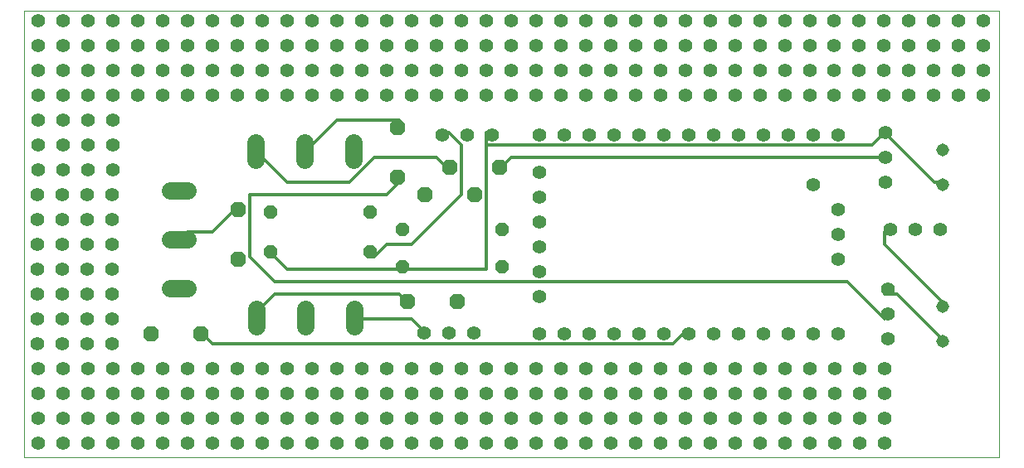
<source format=gbl>
G75*
%MOIN*%
%OFA0B0*%
%FSLAX24Y24*%
%IPPOS*%
%LPD*%
%AMOC8*
5,1,8,0,0,1.08239X$1,22.5*
%
%ADD10C,0.0000*%
%ADD11C,0.0554*%
%ADD12C,0.0515*%
%ADD13OC8,0.0520*%
%ADD14C,0.0705*%
%ADD15OC8,0.0630*%
%ADD16C,0.0120*%
D10*
X000126Y007443D02*
X000126Y025389D01*
X039296Y025389D01*
X039296Y007443D01*
X000126Y007443D01*
D11*
X000686Y007983D03*
X001686Y007983D03*
X002686Y007983D03*
X003686Y007983D03*
X004686Y007983D03*
X005686Y007983D03*
X006686Y007983D03*
X007676Y007993D03*
X008676Y007993D03*
X009676Y007993D03*
X010676Y007993D03*
X011676Y007993D03*
X012676Y007993D03*
X013676Y007993D03*
X014676Y007993D03*
X015676Y007993D03*
X016676Y007993D03*
X017676Y007993D03*
X018676Y007993D03*
X019676Y007993D03*
X020676Y007993D03*
X021676Y007993D03*
X022676Y007993D03*
X023676Y007993D03*
X024676Y007993D03*
X025676Y007993D03*
X026676Y007993D03*
X027676Y007993D03*
X028676Y007993D03*
X029676Y007993D03*
X030676Y007993D03*
X031676Y007993D03*
X032676Y007993D03*
X033676Y007993D03*
X034676Y007993D03*
X034676Y008993D03*
X033676Y008993D03*
X032676Y008993D03*
X031676Y008993D03*
X030676Y008993D03*
X029676Y008993D03*
X028676Y008993D03*
X027676Y008993D03*
X026676Y008993D03*
X025676Y008993D03*
X024676Y008993D03*
X023676Y008993D03*
X022676Y008993D03*
X021676Y008993D03*
X020676Y008993D03*
X019676Y008993D03*
X018676Y008993D03*
X017676Y008993D03*
X016676Y008993D03*
X015676Y008993D03*
X014676Y008993D03*
X013676Y008993D03*
X012676Y008993D03*
X011676Y008993D03*
X010676Y008993D03*
X009676Y008993D03*
X008676Y008993D03*
X007676Y008993D03*
X006686Y008983D03*
X005686Y008983D03*
X004686Y008983D03*
X003686Y008983D03*
X002686Y008983D03*
X001686Y008983D03*
X000686Y008983D03*
X000686Y009983D03*
X001686Y009983D03*
X002686Y009983D03*
X003686Y009983D03*
X004686Y009983D03*
X005686Y009983D03*
X006686Y009983D03*
X007676Y009993D03*
X008676Y009993D03*
X009676Y009993D03*
X010676Y009993D03*
X011676Y009993D03*
X012676Y009993D03*
X013676Y009993D03*
X014676Y009993D03*
X015676Y009993D03*
X016676Y009993D03*
X017676Y009993D03*
X018676Y009993D03*
X019676Y009993D03*
X020676Y009993D03*
X021676Y009993D03*
X022676Y009993D03*
X023676Y009993D03*
X024676Y009993D03*
X025676Y009993D03*
X026676Y009993D03*
X027676Y009993D03*
X028676Y009993D03*
X029676Y009993D03*
X030676Y009993D03*
X031676Y009993D03*
X032676Y009993D03*
X033676Y009993D03*
X034676Y009993D03*
X034676Y010993D03*
X033676Y010993D03*
X032676Y010993D03*
X031676Y010993D03*
X030676Y010993D03*
X029676Y010993D03*
X028676Y010993D03*
X027676Y010993D03*
X026676Y010993D03*
X025676Y010993D03*
X024676Y010993D03*
X023676Y010993D03*
X022676Y010993D03*
X021676Y010993D03*
X020676Y010993D03*
X019676Y010993D03*
X018676Y010993D03*
X017676Y010993D03*
X016676Y010993D03*
X015676Y010993D03*
X014676Y010993D03*
X013676Y010993D03*
X012676Y010993D03*
X011676Y010993D03*
X010676Y010993D03*
X009676Y010993D03*
X008676Y010993D03*
X007676Y010993D03*
X006686Y010983D03*
X005686Y010983D03*
X004686Y010983D03*
X003686Y010983D03*
X002686Y010983D03*
X001686Y010983D03*
X000686Y010983D03*
X000656Y011983D03*
X001656Y011983D03*
X002656Y011983D03*
X003656Y011983D03*
X003656Y012983D03*
X002656Y012983D03*
X001656Y012983D03*
X000656Y012983D03*
X000656Y013983D03*
X001656Y013983D03*
X002656Y013983D03*
X003656Y013983D03*
X003656Y014983D03*
X002656Y014983D03*
X001656Y014983D03*
X000656Y014983D03*
X000656Y015983D03*
X001656Y015983D03*
X002656Y015983D03*
X003656Y015983D03*
X003656Y016983D03*
X002656Y016983D03*
X001656Y016983D03*
X000656Y016983D03*
X000656Y017983D03*
X001656Y017983D03*
X002656Y017983D03*
X003656Y017983D03*
X003676Y018993D03*
X002676Y018993D03*
X001676Y018993D03*
X000676Y018993D03*
X000676Y019993D03*
X001676Y019993D03*
X002676Y019993D03*
X003676Y019993D03*
X003676Y020993D03*
X002676Y020993D03*
X001676Y020993D03*
X000676Y020993D03*
X000676Y021993D03*
X001676Y021993D03*
X002676Y021993D03*
X003676Y021993D03*
X004686Y021983D03*
X005686Y021983D03*
X006686Y021983D03*
X007686Y021983D03*
X008686Y021983D03*
X009686Y021983D03*
X010686Y021983D03*
X011686Y021983D03*
X012686Y021983D03*
X013686Y021983D03*
X014686Y021983D03*
X015686Y021983D03*
X016686Y021983D03*
X017686Y021983D03*
X018676Y022003D03*
X019676Y022003D03*
X020676Y022003D03*
X021676Y022003D03*
X022676Y022003D03*
X023676Y022003D03*
X024676Y022003D03*
X025676Y021983D03*
X026676Y021983D03*
X027676Y021983D03*
X028676Y021983D03*
X029676Y021983D03*
X030676Y021983D03*
X031676Y021983D03*
X032656Y021993D03*
X033656Y021993D03*
X034656Y021993D03*
X035656Y021993D03*
X036656Y021993D03*
X037656Y021993D03*
X038656Y021993D03*
X038656Y022993D03*
X037656Y022993D03*
X036656Y022993D03*
X035656Y022993D03*
X034656Y022993D03*
X033656Y022993D03*
X032656Y022993D03*
X031676Y022983D03*
X030676Y022983D03*
X030676Y023983D03*
X031676Y023983D03*
X032656Y023993D03*
X033656Y023993D03*
X034656Y023993D03*
X035656Y023993D03*
X036656Y023993D03*
X037656Y023993D03*
X038656Y023993D03*
X038656Y024993D03*
X037656Y024993D03*
X036656Y024993D03*
X035656Y024993D03*
X034656Y024993D03*
X033656Y024993D03*
X032656Y024993D03*
X031676Y024983D03*
X030676Y024983D03*
X029676Y024983D03*
X028676Y024983D03*
X027676Y024983D03*
X026676Y024983D03*
X025676Y024983D03*
X024676Y025003D03*
X024676Y024003D03*
X025676Y023983D03*
X026676Y023983D03*
X027676Y023983D03*
X028676Y023983D03*
X029676Y023983D03*
X029676Y022983D03*
X028676Y022983D03*
X027676Y022983D03*
X026676Y022983D03*
X025676Y022983D03*
X024676Y023003D03*
X023676Y023003D03*
X022676Y023003D03*
X021676Y023003D03*
X020676Y023003D03*
X019676Y023003D03*
X018676Y023003D03*
X017686Y022983D03*
X017686Y023983D03*
X018676Y024003D03*
X019676Y024003D03*
X020676Y024003D03*
X021676Y024003D03*
X022676Y024003D03*
X023676Y024003D03*
X023676Y025003D03*
X022676Y025003D03*
X021676Y025003D03*
X020676Y025003D03*
X019676Y025003D03*
X018676Y025003D03*
X017686Y024983D03*
X016686Y024983D03*
X015686Y024983D03*
X014686Y024983D03*
X013686Y024983D03*
X012686Y024983D03*
X011686Y024983D03*
X010686Y024983D03*
X009686Y024983D03*
X008686Y024983D03*
X007686Y024983D03*
X006686Y024983D03*
X005686Y024983D03*
X004686Y024983D03*
X003676Y024993D03*
X002676Y024993D03*
X002676Y023993D03*
X003676Y023993D03*
X004686Y023983D03*
X005686Y023983D03*
X006686Y023983D03*
X007686Y023983D03*
X008686Y023983D03*
X009686Y023983D03*
X010686Y023983D03*
X011686Y023983D03*
X012686Y023983D03*
X013686Y023983D03*
X014686Y023983D03*
X015686Y023983D03*
X016686Y023983D03*
X016686Y022983D03*
X015686Y022983D03*
X014686Y022983D03*
X013686Y022983D03*
X012686Y022983D03*
X011686Y022983D03*
X010686Y022983D03*
X009686Y022983D03*
X008686Y022983D03*
X007686Y022983D03*
X006686Y022983D03*
X005686Y022983D03*
X004686Y022983D03*
X003676Y022993D03*
X002676Y022993D03*
X001676Y022993D03*
X000676Y022993D03*
X000676Y023993D03*
X001676Y023993D03*
X001676Y024993D03*
X000676Y024993D03*
X016926Y020393D03*
X017926Y020393D03*
X018926Y020393D03*
X020826Y020393D03*
X021826Y020393D03*
X022826Y020393D03*
X023826Y020393D03*
X024826Y020393D03*
X025826Y020393D03*
X026826Y020393D03*
X027826Y020393D03*
X028826Y020393D03*
X029826Y020393D03*
X030826Y020393D03*
X031826Y020393D03*
X032826Y020393D03*
X034726Y020493D03*
X034726Y019493D03*
X034726Y018493D03*
X032826Y017393D03*
X032826Y016393D03*
X032826Y015393D03*
X034826Y014193D03*
X034826Y013193D03*
X034826Y012193D03*
X032826Y012393D03*
X031826Y012393D03*
X030826Y012393D03*
X029826Y012393D03*
X028826Y012393D03*
X027826Y012393D03*
X026826Y012393D03*
X025826Y012393D03*
X024826Y012393D03*
X023826Y012393D03*
X022826Y012393D03*
X021826Y012393D03*
X020826Y012393D03*
X020826Y013893D03*
X020826Y014893D03*
X020826Y015893D03*
X020826Y016893D03*
X020826Y017893D03*
X020826Y018893D03*
X031826Y018393D03*
X034926Y016593D03*
X035926Y016593D03*
X036926Y016593D03*
X018176Y012443D03*
X017176Y012443D03*
X016176Y012443D03*
D12*
X037026Y012104D03*
X037026Y013482D03*
X037026Y018404D03*
X037026Y019782D03*
D13*
X019326Y016593D03*
X019326Y015093D03*
X015326Y015093D03*
X014026Y015693D03*
X015326Y016593D03*
X014026Y017293D03*
X010026Y017293D03*
X010026Y015693D03*
D14*
X006670Y016193D02*
X005965Y016193D01*
X005965Y014225D02*
X006670Y014225D01*
X009457Y013388D02*
X009457Y012683D01*
X011426Y012683D02*
X011426Y013388D01*
X013394Y013388D02*
X013394Y012683D01*
X006670Y018162D02*
X005965Y018162D01*
X009407Y019399D02*
X009407Y020104D01*
X011376Y020104D02*
X011376Y019399D01*
X013344Y019399D02*
X013344Y020104D01*
D15*
X015126Y020693D03*
X017226Y019093D03*
X018226Y017993D03*
X019226Y019093D03*
X016226Y017993D03*
X015126Y018693D03*
X008726Y017393D03*
X008726Y015393D03*
X007226Y012393D03*
X005226Y012393D03*
X015526Y013693D03*
X017526Y013693D03*
D16*
X016176Y012493D02*
X015676Y012993D01*
X013676Y012993D01*
X013394Y013035D01*
X015176Y013993D02*
X010176Y013993D01*
X009676Y013493D01*
X009457Y013035D01*
X007676Y011993D02*
X007176Y012493D01*
X007226Y012393D01*
X007676Y011993D02*
X026176Y011993D01*
X026676Y012493D01*
X026826Y012393D01*
X033176Y014493D02*
X010176Y014493D01*
X009176Y015493D01*
X009176Y017993D01*
X014676Y017993D01*
X015176Y018493D01*
X015126Y018693D01*
X014176Y019493D02*
X013176Y018493D01*
X010676Y018493D01*
X009676Y019493D01*
X009407Y019751D01*
X011376Y019751D02*
X011676Y019993D01*
X012676Y020993D01*
X015176Y020993D01*
X015126Y020693D01*
X016926Y020393D02*
X017176Y020493D01*
X017676Y019993D01*
X017676Y017993D01*
X015676Y015993D01*
X014676Y015993D01*
X014176Y015493D01*
X014026Y015693D01*
X015176Y014993D02*
X015326Y015093D01*
X015176Y014993D02*
X018676Y014993D01*
X018676Y019993D01*
X034176Y019993D01*
X034676Y020493D01*
X034726Y020493D01*
X034676Y020493D02*
X036676Y018493D01*
X037176Y018493D01*
X037026Y018404D01*
X034726Y019493D02*
X019676Y019493D01*
X019176Y018993D01*
X019226Y019093D01*
X018676Y019993D02*
X018676Y020493D01*
X018926Y020393D01*
X017226Y019093D02*
X017176Y018993D01*
X016676Y019493D01*
X014176Y019493D01*
X008726Y017393D02*
X008676Y017493D01*
X007676Y016493D01*
X006676Y016493D01*
X006318Y016193D01*
X010026Y015693D02*
X010176Y015493D01*
X010676Y014993D01*
X015176Y014993D01*
X015176Y013993D02*
X015676Y013493D01*
X015526Y013693D01*
X016176Y012493D02*
X016176Y012443D01*
X033176Y014493D02*
X034676Y012993D01*
X034826Y013193D01*
X034676Y013993D02*
X034826Y014193D01*
X034676Y013993D02*
X035176Y013993D01*
X037176Y011993D01*
X037026Y012104D01*
X037026Y013482D02*
X037176Y013493D01*
X034676Y015993D01*
X034676Y016493D01*
X034926Y016593D01*
M02*

</source>
